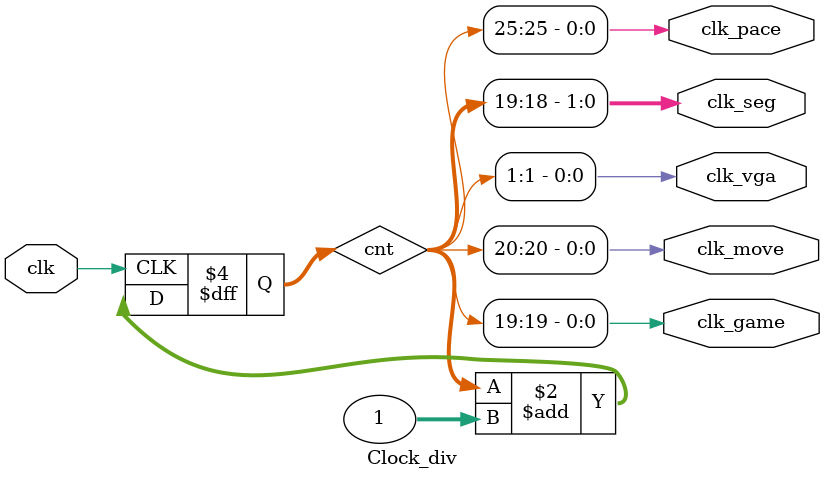
<source format=v>
module Clock_div(clk, clk_pace, clk_game, clk_move, clk_vga, clk_seg);

    input wire clk;
    output wire clk_pace, clk_game, clk_move, clk_vga;
    output wire [1: 0] clk_seg;

    reg [31: 0] cnt = 0;

    always @(posedge clk) begin
        cnt <= cnt + 1;
    end

    assign clk_pace = cnt[25];
    assign clk_game = cnt[19];
    assign clk_move = cnt[20];
    assign clk_vga = cnt[1];
    assign clk_seg = cnt[19: 18];

endmodule

</source>
